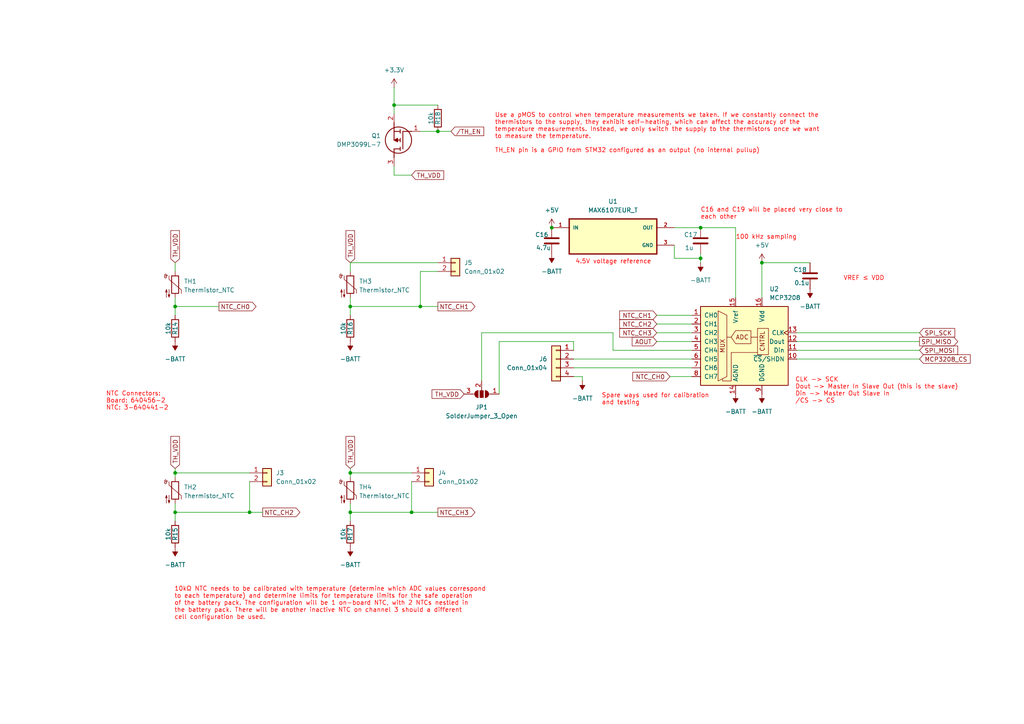
<source format=kicad_sch>
(kicad_sch (version 20250114) (generator "eeschema") (generator_version "9.0")
  (paper "A4")
  (title_block (title "IEM - Battery Management System") (date "2024-12-21") (rev "Rev 1.2") (company "Imperial Eco Marathon") (comment 1 "Designed by Anthony Ng") (comment 2 "Reviewed by "))
  (lib_symbols
    (symbol "Analog_ADC:MCP3208" (pin_names (offset 1.016))
      (property "Reference" "U" (at -5.08 13.335 0))
      (property "Value" "MCP3208" (at -5.08 11.43 0))
      (symbol "MCP3208_0_0"
        (text "MUX" (at -6.35 -1.27 900) (effects (font (size 1.27 1.27))))
        (text "ADC" (at -0.635 1.27 0) (effects (font (size 1.27 1.27))))
        (text "CNTRL" (at 5.969 -2.921 900) (effects (font (size 1.27 1.27)) (justify left bottom)))
      )
      (symbol "MCP3208_0_1"
        (polyline (pts (xy -7.62 8.89) (xy -7.62 -11.43) (xy -5.08 -10.16) (xy -5.08 7.62) (xy -7.62 8.89)))
        (polyline (pts (xy -3.81 1.27) (xy -5.08 1.27)))
        (polyline (pts (xy 1.905 3.175) (xy 1.905 -0.635) (xy -2.54 -0.635) (xy -3.81 1.27) (xy -2.54 3.175) (xy 1.905 3.175)))
        (polyline (pts (xy 1.905 1.27) (xy 3.81 1.27)))
        (polyline (pts (xy 3.81 -3.175) (xy -3.81 -3.175) (xy -3.81 -11.43) (xy -6.35 -11.43) (xy -6.35 -10.795)))
        (rectangle (start 3.81 -3.81) (end 6.985 3.81))
        (rectangle (start 12.7 -12.7) (end -12.7 10.16) (stroke (width 0.254)) (fill (type background)))
      )
      (symbol "MCP3208_1_1"
        (pin input line (at -15.24 7.62 0) (length 2.54) (name "CH0") (number "1"))
        (pin input line (at -15.24 5.08 0) (length 2.54) (name "CH1") (number "2"))
        (pin input line (at -15.24 2.54 0) (length 2.54) (name "CH2") (number "3"))
        (pin input line (at -15.24 0 0) (length 2.54) (name "CH3") (number "4"))
        (pin input line (at -15.24 -2.54 0) (length 2.54) (name "CH4") (number "5"))
        (pin input line (at -15.24 -5.08 0) (length 2.54) (name "CH5") (number "6"))
        (pin input line (at -15.24 -7.62 0) (length 2.54) (name "CH6") (number "7"))
        (pin input line (at -15.24 -10.16 0) (length 2.54) (name "CH7") (number "8"))
        (pin power_in line (at -2.54 12.7 270) (length 2.54) (name "Vref") (number "15"))
        (pin power_in line (at -2.54 -15.24 90) (length 2.54) (name "AGND") (number "14"))
        (pin power_in line (at 5.08 12.7 270) (length 2.54) (name "Vdd") (number "16"))
        (pin power_in line (at 5.08 -15.24 90) (length 2.54) (name "DGND") (number "9"))
        (pin input clock (at 15.24 2.54 180) (length 2.54) (name "CLK") (number "13"))
        (pin output line (at 15.24 0 180) (length 2.54) (name "Dout") (number "12"))
        (pin input line (at 15.24 -2.54 180) (length 2.54) (name "Din") (number "11"))
        (pin input line (at 15.24 -5.08 180) (length 2.54) (name "~{CS}/SHDN") (number "10"))
      )
    )
    (symbol "Connector_Generic:Conn_01x02" (pin_names (offset 1.016) (hide yes))
      (property "Reference" "J" (at 0 2.54 0))
      (property "Value" "Conn_01x02" (at 0 -5.08 0))
      (symbol "Conn_01x02_1_1"
        (rectangle (start -1.27 1.27) (end 1.27 -3.81) (stroke (width 0.254)) (fill (type background)))
        (rectangle (start -1.27 0.127) (end 0 -0.127) (stroke (width 0.1524)))
        (rectangle (start -1.27 -2.413) (end 0 -2.667) (stroke (width 0.1524)))
        (pin passive line (at -5.08 0 0) (length 3.81) (name "Pin_1") (number "1"))
        (pin passive line (at -5.08 -2.54 0) (length 3.81) (name "Pin_2") (number "2"))
      )
    )
    (symbol "Connector_Generic:Conn_01x04" (pin_names (offset 1.016) (hide yes))
      (property "Reference" "J" (at 0 5.08 0))
      (property "Value" "Conn_01x04" (at 0 -7.62 0))
      (symbol "Conn_01x04_1_1"
        (rectangle (start -1.27 3.81) (end 1.27 -6.35) (stroke (width 0.254)) (fill (type background)))
        (rectangle (start -1.27 2.667) (end 0 2.413) (stroke (width 0.1524)))
        (rectangle (start -1.27 0.127) (end 0 -0.127) (stroke (width 0.1524)))
        (rectangle (start -1.27 -2.413) (end 0 -2.667) (stroke (width 0.1524)))
        (rectangle (start -1.27 -4.953) (end 0 -5.207) (stroke (width 0.1524)))
        (pin passive line (at -5.08 2.54 0) (length 3.81) (name "Pin_1") (number "1"))
        (pin passive line (at -5.08 0 0) (length 3.81) (name "Pin_2") (number "2"))
        (pin passive line (at -5.08 -2.54 0) (length 3.81) (name "Pin_3") (number "3"))
        (pin passive line (at -5.08 -5.08 0) (length 3.81) (name "Pin_4") (number "4"))
      )
    )
    (symbol "DMP3099L-7:DMP3099L-7" (pin_names (hide yes))
      (property "Reference" "Q" (at 11.43 3.81 0))
      (property "Value" "DMP3099L-7" (at 11.43 1.27 0))
      (symbol "DMP3099L-7_1_1"
        (polyline (pts (xy 2.54 0) (xy 5.08 0)) (stroke (width 0.254)))
        (polyline (pts (xy 5.08 5.08) (xy 5.08 0)) (stroke (width 0.254)))
        (polyline (pts (xy 5.842 5.588) (xy 5.842 4.572)) (stroke (width 0.254)))
        (polyline (pts (xy 5.842 2.032) (xy 5.842 3.048)) (stroke (width 0.254)))
        (polyline (pts (xy 5.842 0) (xy 7.62 0)) (stroke (width 0.254)))
        (polyline (pts (xy 5.842 -0.508) (xy 5.842 0.508)) (stroke (width 0.254)))
        (circle (center 6.35 2.54) (radius 3.81) (stroke (width 0.254)))
        (polyline (pts (xy 7.62 5.08) (xy 5.842 5.08)) (stroke (width 0.254)))
        (polyline (pts (xy 7.62 5.08) (xy 7.62 7.62)) (stroke (width 0.254)))
        (polyline (pts (xy 7.62 2.54) (xy 5.842 2.54)) (stroke (width 0.254)))
        (polyline (pts (xy 7.62 2.54) (xy 7.62 -2.54)) (stroke (width 0.254)))
        (polyline (pts (xy 7.62 2.54) (xy 6.604 3.048) (xy 6.604 2.032) (xy 7.62 2.54)) (stroke (width 0.254)) (fill (type outline)))
        (pin passive line (at 0 0 0) (length 2.54) (name "G") (number "1"))
        (pin passive line (at 7.62 10.16 270) (length 2.54) (name "D") (number "3"))
        (pin passive line (at 7.62 -5.08 90) (length 2.54) (name "S") (number "2"))
      )
    )
    (symbol "Device:C" (pin_numbers (hide yes)) (pin_names (offset 0.254))
      (property "Reference" "C" (at 0.635 2.54 0))
      (property "Value" "C" (at 0.635 -2.54 0))
      (symbol "C_0_1"
        (polyline (pts (xy -2.032 0.762) (xy 2.032 0.762)) (stroke (width 0.508)))
        (polyline (pts (xy -2.032 -0.762) (xy 2.032 -0.762)) (stroke (width 0.508)))
      )
      (symbol "C_1_1"
        (pin passive line (at 0 3.81 270) (length 2.794) (name "~") (number "1"))
        (pin passive line (at 0 -3.81 90) (length 2.794) (name "~") (number "2"))
      )
    )
    (symbol "Device:R" (pin_numbers (hide yes)) (pin_names (offset 0))
      (property "Reference" "R" (at 2.032 0 90))
      (property "Value" "R" (at 0 0 90))
      (symbol "R_0_1"
        (rectangle (start -1.016 -2.54) (end 1.016 2.54) (stroke (width 0.254)))
      )
      (symbol "R_1_1"
        (pin passive line (at 0 3.81 270) (length 1.27) (name "~") (number "1"))
        (pin passive line (at 0 -3.81 90) (length 1.27) (name "~") (number "2"))
      )
    )
    (symbol "Device:Thermistor_NTC" (pin_numbers (hide yes)) (pin_names (offset 0))
      (property "Reference" "TH" (at -4.445 0 90))
      (property "Value" "Thermistor_NTC" (at 3.175 0 90))
      (symbol "Thermistor_NTC_0_1"
        (arc (start -3.175 2.413) (mid -3.0506 2.3165) (end -3.048 2.159))
        (arc (start -3.048 2.794) (mid -2.9736 2.9736) (end -2.794 3.048))
        (arc (start -2.794 3.048) (mid -2.6144 2.9736) (end -2.54 2.794))
        (arc (start -2.794 2.54) (mid -2.9736 2.6144) (end -3.048 2.794))
        (arc (start -2.794 1.905) (mid -2.9736 1.9794) (end -3.048 2.159))
        (arc (start -2.54 2.159) (mid -2.6144 1.9794) (end -2.794 1.905))
        (arc (start -2.159 2.794) (mid -2.434 2.5608) (end -2.794 2.54))
        (polyline (pts (xy -2.54 2.159) (xy -2.54 2.794)))
        (polyline (pts (xy -2.54 -3.683) (xy -2.54 -1.397) (xy -2.794 -2.159) (xy -2.286 -2.159) (xy -2.54 -1.397) (xy -2.54 -1.651)) (fill (type outline)))
        (polyline (pts (xy -1.778 2.54) (xy -1.778 1.524) (xy 1.778 -1.524) (xy 1.778 -2.54)))
        (polyline (pts (xy -1.778 -1.397) (xy -1.778 -3.683) (xy -2.032 -2.921) (xy -1.524 -2.921) (xy -1.778 -3.683) (xy -1.778 -3.429)) (fill (type outline)))
        (rectangle (start -1.016 2.54) (end 1.016 -2.54) (stroke (width 0.254)))
      )
      (symbol "Thermistor_NTC_1_1"
        (pin passive line (at 0 3.81 270) (length 1.27) (name "~") (number "1"))
        (pin passive line (at 0 -3.81 90) (length 1.27) (name "~") (number "2"))
      )
    )
    (symbol "Jumper:SolderJumper_3_Open" (pin_names (offset 0) (hide yes)) (exclude_from_sim yes) (in_bom no)
      (property "Reference" "JP" (at -2.54 -2.54 0))
      (property "Value" "SolderJumper_3_Open" (at 0 2.794 0))
      (symbol "SolderJumper_3_Open_0_1"
        (polyline (pts (xy -2.54 0) (xy -2.032 0)))
        (polyline (pts (xy -1.016 1.016) (xy -1.016 -1.016)))
        (arc (start -1.016 -1.016) (mid -2.0276 0) (end -1.016 1.016))
        (arc (start -1.016 -1.016) (mid -2.0276 0) (end -1.016 1.016) (fill (type outline)))
        (rectangle (start -0.508 1.016) (end 0.508 -1.016) (fill (type outline)))
        (polyline (pts (xy 0 -1.27) (xy 0 -1.016)))
        (arc (start 1.016 1.016) (mid 2.0276 0) (end 1.016 -1.016))
        (arc (start 1.016 1.016) (mid 2.0276 0) (end 1.016 -1.016) (fill (type outline)))
        (polyline (pts (xy 1.016 1.016) (xy 1.016 -1.016)))
        (polyline (pts (xy 2.54 0) (xy 2.032 0)))
      )
      (symbol "SolderJumper_3_Open_1_1"
        (pin passive line (at -5.08 0 0) (length 2.54) (name "A") (number "1"))
        (pin passive line (at 0 -3.81 90) (length 2.54) (name "C") (number "2"))
        (pin passive line (at 5.08 0 180) (length 2.54) (name "B") (number "3"))
      )
    )
    (symbol "MAX6107EUR+T:MAX6107EUR_T" (pin_names (offset 1.016))
      (property "Reference" "U" (at -12.7 6.08 0))
      (property "Value" "MAX6107EUR_T" (at -12.7 -9.08 0))
      (symbol "MAX6107EUR_T_0_0"
        (rectangle (start -12.7 -5.08) (end 12.7 5.08) (stroke (width 0.41)) (fill (type background)))
        (pin input line (at -17.78 2.54 0) (length 5.08) (name "IN") (number "1"))
        (pin output line (at 17.78 2.54 180) (length 5.08) (name "OUT") (number "2"))
        (pin power_in line (at 17.78 -2.54 180) (length 5.08) (name "GND") (number "3"))
      )
    )
    (symbol "power:+3.3V" (power) (pin_numbers (hide yes)) (pin_names (offset 0) (hide yes))
      (property "Value" "+3.3V" (at 0 3.556 0))
      (symbol "+3.3V_0_1"
        (polyline (pts (xy -0.762 1.27) (xy 0 2.54)))
        (polyline (pts (xy 0 2.54) (xy 0.762 1.27)))
        (polyline (pts (xy 0 0) (xy 0 2.54)))
      )
      (symbol "+3.3V_1_1"
        (pin power_in line (at 0 0 90) (length 0) (name "~") (number "1"))
      )
    )
    (symbol "power:+5V" (power) (pin_numbers (hide yes)) (pin_names (offset 0) (hide yes))
      (property "Value" "+5V" (at 0 3.556 0))
      (symbol "+5V_0_1"
        (polyline (pts (xy -0.762 1.27) (xy 0 2.54)))
        (polyline (pts (xy 0 2.54) (xy 0.762 1.27)))
        (polyline (pts (xy 0 0) (xy 0 2.54)))
      )
      (symbol "+5V_1_1"
        (pin power_in line (at 0 0 90) (length 0) (name "~") (number "1"))
      )
    )
    (symbol "power:-BATT" (power) (pin_numbers (hide yes)) (pin_names (offset 0) (hide yes))
      (property "Value" "-BATT" (at 0 3.556 0))
      (symbol "-BATT_0_1"
        (polyline (pts (xy 0 0) (xy 0 2.54)))
        (polyline (pts (xy 0.762 1.27) (xy -0.762 1.27) (xy 0 2.54) (xy 0.762 1.27)) (fill (type outline)))
      )
      (symbol "-BATT_1_1"
        (pin power_in line (at 0 0 90) (length 0) (name "~") (number "1"))
      )
    )
  )
  (text "CLK -> SCK\nDout -> Master In Slave Out (this is the slave)\nDin -> Master Out Slave In\n/CS -> CS" (at 230.632 113.284 0) (effects (font (size 1.27 1.27)) (justify left)))
  (text "Use a pMOS to control when temperature measurements we taken. If we constantly connect the \nthermistors to the supply, they exhibit self-heating, which can affect the accuracy of the\ntemperature measurements. Instead, we only switch the supply to the thermistors once we want\nto measure the temperature. \n\nTH_EN pin is a GPIO from STM32 configured as an output (no internal pullup)" (at 143.51 38.608 0) (effects (font (size 1.27 1.27)) (justify left)))
  (text "C16 and C19 will be placed very close to\neach other" (at 203.2 61.976 0) (effects (font (size 1.27 1.27)) (justify left)))
  (text "10kΩ NTC needs to be calibrated with temperature (determine which ADC values correspond\nto each temperature) and determine limits for temperature limits for the safe operation\nof the battery pack. The configuration will be 1 on-board NTC, with 2 NTCs nestled in\nthe battery pack. There will be another inactive NTC on channel 3 should a different \ncell configuration be used. " (at 50.546 175.006 0) (effects (font (size 1.27 1.27)) (justify left)))
  (text "4.5V voltage reference" (at 166.878 75.946 0) (effects (font (size 1.27 1.27)) (justify left)))
  (text "Spare ways used for calibration\nand testing" (at 174.498 115.824 0) (effects (font (size 1.27 1.27)) (justify left)))
  (text "100 kHz sampling" (at 222.25 68.834 0) (effects (font (size 1.27 1.27))))
  (text "NTC Connectors:\nBoard: 640456-2\nNTC: 3-640441-2" (at 30.734 116.332 0) (effects (font (size 1.27 1.27)) (justify left)))
  (text "VREF ≤ VDD" (at 244.602 80.772 0) (effects (font (size 1.27 1.27)) (justify left)))
  (junction (at 72.39 148.59))
  (junction (at 50.8 137.16))
  (junction (at 121.92 88.9))
  (junction (at 101.6 88.9))
  (junction (at 203.2 74.93))
  (junction (at 220.98 76.2))
  (junction (at 119.38 148.59))
  (junction (at 203.2 66.04))
  (junction (at 50.8 88.9))
  (junction (at 114.3 30.48))
  (junction (at 127 38.1))
  (junction (at 101.6 137.16))
  (junction (at 101.6 148.59))
  (junction (at 50.8 148.59))
  (junction (at 160.02 66.04))
  (wire (pts (xy 139.7 110.49) (xy 139.7 96.52)))
  (wire (pts (xy 194.31 109.22) (xy 200.66 109.22)))
  (wire (pts (xy 101.6 148.59) (xy 119.38 148.59)))
  (wire (pts (xy 114.3 30.48) (xy 127 30.48)))
  (wire (pts (xy 50.8 76.2) (xy 50.8 78.74)))
  (wire (pts (xy 50.8 88.9) (xy 50.8 91.44)))
  (wire (pts (xy 203.2 73.66) (xy 203.2 74.93)))
  (wire (pts (xy 101.6 135.89) (xy 101.6 137.16)))
  (wire (pts (xy 190.5 96.52) (xy 200.66 96.52)))
  (wire (pts (xy 177.8 101.6) (xy 200.66 101.6)))
  (wire (pts (xy 121.92 88.9) (xy 127 88.9)))
  (wire (pts (xy 203.2 74.93) (xy 203.2 76.2)))
  (wire (pts (xy 50.8 86.36) (xy 50.8 88.9)))
  (wire (pts (xy 144.78 114.3) (xy 144.78 99.06)))
  (wire (pts (xy 121.92 78.74) (xy 121.92 88.9)))
  (wire (pts (xy 50.8 146.05) (xy 50.8 148.59)))
  (wire (pts (xy 190.5 99.06) (xy 200.66 99.06)))
  (wire (pts (xy 190.5 91.44) (xy 200.66 91.44)))
  (wire (pts (xy 101.6 146.05) (xy 101.6 148.59)))
  (wire (pts (xy 121.92 38.1) (xy 127 38.1)))
  (wire (pts (xy 101.6 88.9) (xy 121.92 88.9)))
  (wire (pts (xy 166.37 106.68) (xy 200.66 106.68)))
  (wire (pts (xy 166.37 109.22) (xy 168.91 109.22)))
  (wire (pts (xy 101.6 86.36) (xy 101.6 88.9)))
  (wire (pts (xy 101.6 148.59) (xy 101.6 151.13)))
  (wire (pts (xy 168.91 109.22) (xy 168.91 110.49)))
  (wire (pts (xy 119.38 148.59) (xy 127 148.59)))
  (wire (pts (xy 72.39 139.7) (xy 72.39 148.59)))
  (wire (pts (xy 114.3 33.02) (xy 114.3 30.48)))
  (wire (pts (xy 101.6 76.2) (xy 101.6 78.74)))
  (wire (pts (xy 220.98 86.36) (xy 220.98 76.2)))
  (wire (pts (xy 231.14 96.52) (xy 266.7 96.52)))
  (wire (pts (xy 50.8 135.89) (xy 50.8 137.16)))
  (wire (pts (xy 195.58 71.12) (xy 195.58 74.93)))
  (wire (pts (xy 231.14 99.06) (xy 266.7 99.06)))
  (wire (pts (xy 114.3 25.4) (xy 114.3 30.48)))
  (wire (pts (xy 231.14 101.6) (xy 266.7 101.6)))
  (wire (pts (xy 50.8 148.59) (xy 50.8 151.13)))
  (wire (pts (xy 127 38.1) (xy 130.81 38.1)))
  (wire (pts (xy 50.8 88.9) (xy 63.5 88.9)))
  (wire (pts (xy 195.58 66.04) (xy 203.2 66.04)))
  (wire (pts (xy 114.3 50.8) (xy 119.38 50.8)))
  (wire (pts (xy 166.37 99.06) (xy 166.37 101.6)))
  (wire (pts (xy 190.5 93.98) (xy 200.66 93.98)))
  (wire (pts (xy 101.6 137.16) (xy 101.6 138.43)))
  (wire (pts (xy 166.37 104.14) (xy 200.66 104.14)))
  (wire (pts (xy 177.8 96.52) (xy 177.8 101.6)))
  (wire (pts (xy 127 78.74) (xy 121.92 78.74)))
  (wire (pts (xy 50.8 137.16) (xy 50.8 138.43)))
  (wire (pts (xy 72.39 148.59) (xy 76.2 148.59)))
  (wire (pts (xy 213.36 86.36) (xy 213.36 66.04)))
  (wire (pts (xy 50.8 148.59) (xy 72.39 148.59)))
  (wire (pts (xy 50.8 137.16) (xy 72.39 137.16)))
  (wire (pts (xy 127 76.2) (xy 101.6 76.2)))
  (wire (pts (xy 114.3 48.26) (xy 114.3 50.8)))
  (wire (pts (xy 101.6 137.16) (xy 119.38 137.16)))
  (wire (pts (xy 139.7 96.52) (xy 177.8 96.52)))
  (wire (pts (xy 101.6 88.9) (xy 101.6 91.44)))
  (wire (pts (xy 119.38 139.7) (xy 119.38 148.59)))
  (wire (pts (xy 231.14 104.14) (xy 266.7 104.14)))
  (wire (pts (xy 220.98 76.2) (xy 234.95 76.2)))
  (wire (pts (xy 195.58 74.93) (xy 203.2 74.93)))
  (wire (pts (xy 144.78 99.06) (xy 166.37 99.06)))
  (wire (pts (xy 213.36 66.04) (xy 203.2 66.04)))
  (global_label "{slash}TH_EN" (shape input) (at 130.81 38.1 0) (property "Intersheetrefs" "${INTERSHEET_REFS}" (effects (hide yes))))
  (global_label "NTC_CH2" (shape output) (at 76.2 148.59 0) (property "Intersheetrefs" "${INTERSHEET_REFS}" (effects (hide yes))))
  (global_label "NTC_CH1" (shape output) (at 127 88.9 0) (property "Intersheetrefs" "${INTERSHEET_REFS}" (effects (hide yes))))
  (global_label "TH_VDD" (shape input) (at 101.6 76.2 90) (property "Intersheetrefs" "${INTERSHEET_REFS}" (effects (hide yes))))
  (global_label "NTC_CH0" (shape output) (at 63.5 88.9 0) (property "Intersheetrefs" "${INTERSHEET_REFS}" (effects (hide yes))))
  (global_label "TH_VDD" (shape input) (at 50.8 76.2 90) (property "Intersheetrefs" "${INTERSHEET_REFS}" (effects (hide yes))))
  (global_label "NTC_CH2" (shape input) (at 190.5 93.98 180) (property "Intersheetrefs" "${INTERSHEET_REFS}" (effects (hide yes))))
  (global_label "TH_VDD" (shape input) (at 119.38 50.8 0) (property "Intersheetrefs" "${INTERSHEET_REFS}" (effects (hide yes))))
  (global_label "TH_VDD" (shape input) (at 134.62 114.3 180) (property "Intersheetrefs" "${INTERSHEET_REFS}" (effects (hide yes))))
  (global_label "SPI_SCK" (shape input) (at 266.7 96.52 0) (property "Intersheetrefs" "${INTERSHEET_REFS}" (effects (hide yes))))
  (global_label "NTC_CH0" (shape input) (at 194.31 109.22 180) (property "Intersheetrefs" "${INTERSHEET_REFS}" (effects (hide yes))))
  (global_label "MCP3208_CS" (shape input) (at 266.7 104.14 0) (property "Intersheetrefs" "${INTERSHEET_REFS}" (effects (hide yes))))
  (global_label "NTC_CH1" (shape input) (at 190.5 91.44 180) (property "Intersheetrefs" "${INTERSHEET_REFS}" (effects (hide yes))))
  (global_label "NTC_CH3" (shape output) (at 127 148.59 0) (property "Intersheetrefs" "${INTERSHEET_REFS}" (effects (hide yes))))
  (global_label "NTC_CH3" (shape input) (at 190.5 96.52 180) (property "Intersheetrefs" "${INTERSHEET_REFS}" (effects (hide yes))))
  (global_label "TH_VDD" (shape input) (at 101.6 135.89 90) (property "Intersheetrefs" "${INTERSHEET_REFS}" (effects (hide yes))))
  (global_label "TH_VDD" (shape input) (at 50.8 135.89 90) (property "Intersheetrefs" "${INTERSHEET_REFS}" (effects (hide yes))))
  (global_label "SPI_MOSI" (shape input) (at 266.7 101.6 0) (property "Intersheetrefs" "${INTERSHEET_REFS}" (effects (hide yes))))
  (global_label "SPI_MISO" (shape output) (at 266.7 99.06 0) (property "Intersheetrefs" "${INTERSHEET_REFS}" (effects (hide yes))))
  (global_label "AOUT" (shape input) (at 190.5 99.06 180) (property "Intersheetrefs" "${INTERSHEET_REFS}" (effects (hide yes))))
  (symbol (lib_id "power:-BATT") (at 101.6 99.06 180) (unit 1)
    (property "Reference" "#PWR021" (effects (hide yes)))
    (property "Value" "-BATT" (at 101.6 104.14 0))
    (property "Description" "Power symbol creates a global label with name \"-BATT\"" (effects (hide yes)))
  )
  (symbol (lib_id "Device:R") (at 50.8 154.94 180) (unit 1)
    (property "Reference" "R15" (at 50.8 154.94 90))
    (property "Value" "10k" (at 48.768 154.94 90))
    (property "Footprint" "Resistor_SMD:R_0805_2012Metric_Pad1.20x1.40mm_HandSolder" (effects (hide yes)))
    (property "Description" "Resistor" (effects (hide yes)))
  )
  (symbol (lib_id "Device:R") (at 101.6 95.25 180) (unit 1)
    (property "Reference" "R16" (at 101.6 95.25 90))
    (property "Value" "10k" (at 99.568 95.25 90))
    (property "Footprint" "Resistor_SMD:R_0805_2012Metric_Pad1.20x1.40mm_HandSolder" (effects (hide yes)))
    (property "Description" "Resistor" (effects (hide yes)))
  )
  (symbol (lib_id "DMP3099L-7:DMP3099L-7") (at 121.92 38.1 180) (unit 1)
    (property "Reference" "Q1" (at 110.49 39.3699 0) (effects (justify left)))
    (property "Value" "DMP3099L-7" (at 110.49 41.9099 0) (effects (justify left)))
    (property "Footprint" "DMP3099L-7:SOT96P240X115-3N" (effects (hide yes)))
    (property "Datasheet" "https://www.diodes.com//assets/Datasheets/DMP3099L.pdf" (effects (hide yes)))
    (property "Description" "Diodes Inc DMP3099L-7 P-channel MOSFET Transistor, 2.9 A, -30 V, 3-Pin SOT-23" (effects (hide yes)))
    (property "Height" "1.15" (effects (hide yes)))
    (property "Manufacturer_Name" "Diodes Incorporated" (effects (hide yes)))
    (property "Manufacturer_Part_Number" "DMP3099L-7" (effects (hide yes)))
    (property "Mouser Part Number" "621-DMP3099L-7" (effects (hide yes)))
    (property "Mouser Price/Stock" "https://www.mouser.co.uk/ProductDetail/Diodes-Incorporated/DMP3099L-7?qs=L1DZKBg7t5HhdiZT7qYxFw%3D%3D" (effects (hide yes)))
    (property "Arrow Part Number" "DMP3099L-7" (effects (hide yes)))
    (property "Arrow Price/Stock" "https://www.arrow.com/en/products/dmp3099l-7/diodes-incorporated?region=europe" (effects (hide yes)))
  )
  (symbol (lib_id "power:-BATT") (at 168.91 110.49 180) (unit 1)
    (property "Reference" "#PWR026" (effects (hide yes)))
    (property "Value" "-BATT" (at 168.91 115.57 0))
    (property "Description" "Power symbol creates a global label with name \"-BATT\"" (effects (hide yes)))
  )
  (symbol (lib_id "Connector_Generic:Conn_01x02") (at 124.46 137.16 0) (unit 1)
    (property "Reference" "J4" (at 127 137.1599 0) (effects (justify left)))
    (property "Value" "Conn_01x02" (at 127 139.6999 0) (effects (justify left)))
    (property "Footprint" "Connector_PinHeader_2.54mm:PinHeader_1x02_P2.54mm_Vertical" (effects (hide yes)))
    (property "Description" "Generic connector, single row, 01x02, script generated (kicad-library-utils/schlib/autogen/connector/)" (effects (hide yes)))
  )
  (symbol (lib_id "Device:Thermistor_NTC") (at 50.8 142.24 0) (unit 1) (on_board no)
    (property "Reference" "TH2" (at 53.34 141.2874 0) (effects (justify left)))
    (property "Value" "Thermistor_NTC" (at 53.34 143.8274 0) (effects (justify left)))
    (property "Footprint" "Connector_PinHeader_2.54mm:PinHeader_1x02_P2.54mm_Vertical" (effects (hide yes)))
    (property "Description" "Temperature dependent resistor, negative temperature coefficient" (effects (hide yes)))
  )
  (symbol (lib_id "Device:Thermistor_NTC") (at 101.6 82.55 0) (unit 1) (on_board no)
    (property "Reference" "TH3" (at 104.14 81.5974 0) (effects (justify left)))
    (property "Value" "Thermistor_NTC" (at 104.14 84.1374 0) (effects (justify left)))
    (property "Footprint" "Connector_PinHeader_2.54mm:PinHeader_1x02_P2.54mm_Vertical" (effects (hide yes)))
    (property "Description" "Temperature dependent resistor, negative temperature coefficient" (effects (hide yes)))
  )
  (symbol (lib_id "Device:Thermistor_NTC") (at 101.6 142.24 0) (unit 1) (on_board no)
    (property "Reference" "TH4" (at 104.14 141.2874 0) (effects (justify left)))
    (property "Value" "Thermistor_NTC" (at 104.14 143.8274 0) (effects (justify left)))
    (property "Footprint" "Connector_PinHeader_2.54mm:PinHeader_1x02_P2.54mm_Vertical" (effects (hide yes)))
    (property "Description" "Temperature dependent resistor, negative temperature coefficient" (effects (hide yes)))
  )
  (symbol (lib_id "Device:C") (at 234.95 80.01 180) (unit 1)
    (property "Reference" "C18" (at 230.124 78.232 0) (effects (justify right)))
    (property "Value" "0.1u" (at 230.378 82.042 0) (effects (justify right)))
    (property "Footprint" "Capacitor_SMD:C_0805_2012Metric_Pad1.18x1.45mm_HandSolder" (effects (hide yes)))
    (property "Description" "Unpolarized capacitor" (effects (hide yes)))
  )
  (symbol (lib_id "power:-BATT") (at 160.02 73.66 180) (unit 1)
    (property "Reference" "#PWR025" (effects (hide yes)))
    (property "Value" "-BATT" (at 160.02 78.74 0))
    (property "Description" "Power symbol creates a global label with name \"-BATT\"" (effects (hide yes)))
  )
  (symbol (lib_id "power:+3.3V") (at 114.3 25.4 0) (unit 1)
    (property "Reference" "#PWR023" (effects (hide yes)))
    (property "Value" "+3.3V" (at 114.3 20.32 0))
    (property "Description" "Power symbol creates a global label with name \"+3.3V\"" (effects (hide yes)))
  )
  (symbol (lib_id "Device:R") (at 101.6 154.94 180) (unit 1)
    (property "Reference" "R17" (at 101.6 154.94 90))
    (property "Value" "10k" (at 99.568 154.94 90))
    (property "Footprint" "Resistor_SMD:R_0805_2012Metric_Pad1.20x1.40mm_HandSolder" (effects (hide yes)))
    (property "Description" "Resistor" (effects (hide yes)))
  )
  (symbol (lib_id "power:+5V") (at 220.98 76.2 0) (unit 1)
    (property "Reference" "#PWR029" (effects (hide yes)))
    (property "Value" "+5V" (at 220.98 71.12 0))
    (property "Description" "Power symbol creates a global label with name \"+5V\"" (effects (hide yes)))
  )
  (symbol (lib_id "Analog_ADC:MCP3208") (at 215.9 99.06 0) (unit 1)
    (property "Reference" "U2" (at 223.1741 83.82 0) (effects (justify left)))
    (property "Value" "MCP3208" (at 223.1741 86.36 0) (effects (justify left)))
    (property "Footprint" "MCP3208-CI/SL:SOIC127P600X175-16N" (effects (hide yes)))
    (property "Datasheet" "http://ww1.microchip.com/downloads/en/DeviceDoc/21298c.pdf" (effects (hide yes)))
    (property "Description" "A/D Converter, 12-Bit, 8-Channel, SPI Interface , 2.7V-5.5V" (effects (hide yes)))
  )
  (symbol (lib_id "MAX6107EUR+T:MAX6107EUR_T") (at 177.8 68.58 0) (unit 1)
    (property "Reference" "U1" (at 177.8 58.42 0))
    (property "Value" "MAX6107EUR_T" (at 177.8 60.96 0))
    (property "Footprint" "MAX6107EUR+T:SOT95P237X112-3N" (effects (hide yes)))
    (property "MF" "Analog Devices" (effects (hide yes)))
    (property "Description_1" "\n                        \n                            Low-Cost, Micropower, Low-Dropout, High-Output-Current, SOT23 Voltage References\n                        \n" (effects (hide yes)))
    (property "Package" "SOT-23-3 Maxim Integrated" (effects (hide yes)))
    (property "Price" "None" (effects (hide yes)))
    (property "SnapEDA_Link" "https://www.snapeda.com/parts/MAX6107EUR+T/Analog+Devices/view-part/?ref=snap" (effects (hide yes)))
    (property "MP" "MAX6107EUR+T" (effects (hide yes)))
    (property "Availability" "In Stock" (effects (hide yes)))
    (property "Check_prices" "https://www.snapeda.com/parts/MAX6107EUR+T/Analog+Devices/view-part/?ref=eda" (effects (hide yes)))
  )
  (symbol (lib_id "power:+5V") (at 160.02 66.04 0) (unit 1)
    (property "Reference" "#PWR024" (effects (hide yes)))
    (property "Value" "+5V" (at 160.02 60.96 0))
    (property "Description" "Power symbol creates a global label with name \"+5V\"" (effects (hide yes)))
  )
  (symbol (lib_id "Jumper:SolderJumper_3_Open") (at 139.7 114.3 180) (unit 1) (exclude_from_sim yes) (in_bom no)
    (property "Reference" "JP1" (at 139.7 118.11 0))
    (property "Value" "SolderJumper_3_Open" (at 139.7 120.65 0))
    (property "Footprint" "Jumper:SolderJumper-3_P1.3mm_Open_Pad1.0x1.5mm" (effects (hide yes)))
    (property "Description" "Solder Jumper, 3-pole, open" (effects (hide yes)))
  )
  (symbol (lib_id "Device:R") (at 50.8 95.25 180) (unit 1)
    (property "Reference" "R14" (at 50.8 95.25 90))
    (property "Value" "10k" (at 48.768 95.25 90))
    (property "Footprint" "Resistor_SMD:R_0805_2012Metric_Pad1.20x1.40mm_HandSolder" (effects (hide yes)))
    (property "Description" "Resistor" (effects (hide yes)))
  )
  (symbol (lib_id "Connector_Generic:Conn_01x04") (at 161.29 104.14 0) (mirror y) (unit 1)
    (property "Reference" "J6" (at 158.75 104.1399 0) (effects (justify left)))
    (property "Value" "Conn_01x04" (at 158.75 106.6799 0) (effects (justify left)))
    (property "Footprint" "Connector_PinHeader_2.54mm:PinHeader_1x04_P2.54mm_Vertical" (effects (hide yes)))
    (property "Description" "Generic connector, single row, 01x04, script generated (kicad-library-utils/schlib/autogen/connector/)" (effects (hide yes)))
  )
  (symbol (lib_id "Device:Thermistor_NTC") (at 50.8 82.55 0) (unit 1)
    (property "Reference" "TH1" (at 53.34 81.5974 0) (effects (justify left)))
    (property "Value" "Thermistor_NTC" (at 53.34 84.1374 0) (effects (justify left)))
    (property "Footprint" "Connector_PinHeader_2.54mm:PinHeader_1x02_P2.54mm_Vertical" (effects (hide yes)))
    (property "Description" "Temperature dependent resistor, negative temperature coefficient" (effects (hide yes)))
  )
  (symbol (lib_id "Connector_Generic:Conn_01x02") (at 132.08 76.2 0) (unit 1)
    (property "Reference" "J5" (at 134.62 76.1999 0) (effects (justify left)))
    (property "Value" "Conn_01x02" (at 134.62 78.7399 0) (effects (justify left)))
    (property "Footprint" "Connector_PinHeader_2.54mm:PinHeader_1x02_P2.54mm_Vertical" (effects (hide yes)))
    (property "Description" "Generic connector, single row, 01x02, script generated (kicad-library-utils/schlib/autogen/connector/)" (effects (hide yes)))
  )
  (symbol (lib_id "Device:R") (at 127 34.29 180) (unit 1)
    (property "Reference" "R18" (at 127 34.29 90))
    (property "Value" "10k" (at 124.968 34.29 90))
    (property "Footprint" "Resistor_SMD:R_0805_2012Metric_Pad1.20x1.40mm_HandSolder" (effects (hide yes)))
    (property "Description" "Resistor" (effects (hide yes)))
  )
  (symbol (lib_id "power:-BATT") (at 234.95 83.82 180) (unit 1)
    (property "Reference" "#PWR031" (effects (hide yes)))
    (property "Value" "-BATT" (at 234.95 88.9 0))
    (property "Description" "Power symbol creates a global label with name \"-BATT\"" (effects (hide yes)))
  )
  (symbol (lib_id "Connector_Generic:Conn_01x02") (at 77.47 137.16 0) (unit 1)
    (property "Reference" "J3" (at 80.01 137.1599 0) (effects (justify left)))
    (property "Value" "Conn_01x02" (at 80.01 139.6999 0) (effects (justify left)))
    (property "Footprint" "Connector_PinHeader_2.54mm:PinHeader_1x02_P2.54mm_Vertical" (effects (hide yes)))
    (property "Description" "Generic connector, single row, 01x02, script generated (kicad-library-utils/schlib/autogen/connector/)" (effects (hide yes)))
  )
  (symbol (lib_id "power:-BATT") (at 213.36 114.3 180) (unit 1)
    (property "Reference" "#PWR028" (effects (hide yes)))
    (property "Value" "-BATT" (at 213.36 119.38 0))
    (property "Description" "Power symbol creates a global label with name \"-BATT\"" (effects (hide yes)))
  )
  (symbol (lib_id "power:-BATT") (at 101.6 158.75 180) (unit 1)
    (property "Reference" "#PWR022" (effects (hide yes)))
    (property "Value" "-BATT" (at 101.6 163.83 0))
    (property "Description" "Power symbol creates a global label with name \"-BATT\"" (effects (hide yes)))
  )
  (symbol (lib_id "power:-BATT") (at 220.98 114.3 180) (unit 1)
    (property "Reference" "#PWR030" (effects (hide yes)))
    (property "Value" "-BATT" (at 220.98 119.38 0))
    (property "Description" "Power symbol creates a global label with name \"-BATT\"" (effects (hide yes)))
  )
  (symbol (lib_id "Device:C") (at 160.02 69.85 180) (unit 1)
    (property "Reference" "C16" (at 155.194 68.072 0) (effects (justify right)))
    (property "Value" "4.7u" (at 155.448 71.882 0) (effects (justify right)))
    (property "Footprint" "Capacitor_SMD:C_0805_2012Metric_Pad1.18x1.45mm_HandSolder" (effects (hide yes)))
    (property "Description" "Unpolarized capacitor" (effects (hide yes)))
  )
  (symbol (lib_id "Device:C") (at 203.2 69.85 180) (unit 1)
    (property "Reference" "C17" (at 198.374 68.072 0) (effects (justify right)))
    (property "Value" "1u" (at 198.628 71.882 0) (effects (justify right)))
    (property "Footprint" "Capacitor_SMD:C_0805_2012Metric_Pad1.18x1.45mm_HandSolder" (effects (hide yes)))
    (property "Description" "Unpolarized capacitor" (effects (hide yes)))
  )
  (symbol (lib_id "power:-BATT") (at 50.8 158.75 180) (unit 1)
    (property "Reference" "#PWR020" (effects (hide yes)))
    (property "Value" "-BATT" (at 50.8 163.83 0))
    (property "Description" "Power symbol creates a global label with name \"-BATT\"" (effects (hide yes)))
  )
  (symbol (lib_id "power:-BATT") (at 203.2 76.2 180) (unit 1)
    (property "Reference" "#PWR027" (effects (hide yes)))
    (property "Value" "-BATT" (at 203.2 81.28 0))
    (property "Description" "Power symbol creates a global label with name \"-BATT\"" (effects (hide yes)))
  )
  (symbol (lib_id "power:-BATT") (at 50.8 99.06 180) (unit 1)
    (property "Reference" "#PWR019" (effects (hide yes)))
    (property "Value" "-BATT" (at 50.8 104.14 0))
    (property "Description" "Power symbol creates a global label with name \"-BATT\"" (effects (hide yes)))
  )
)
</source>
